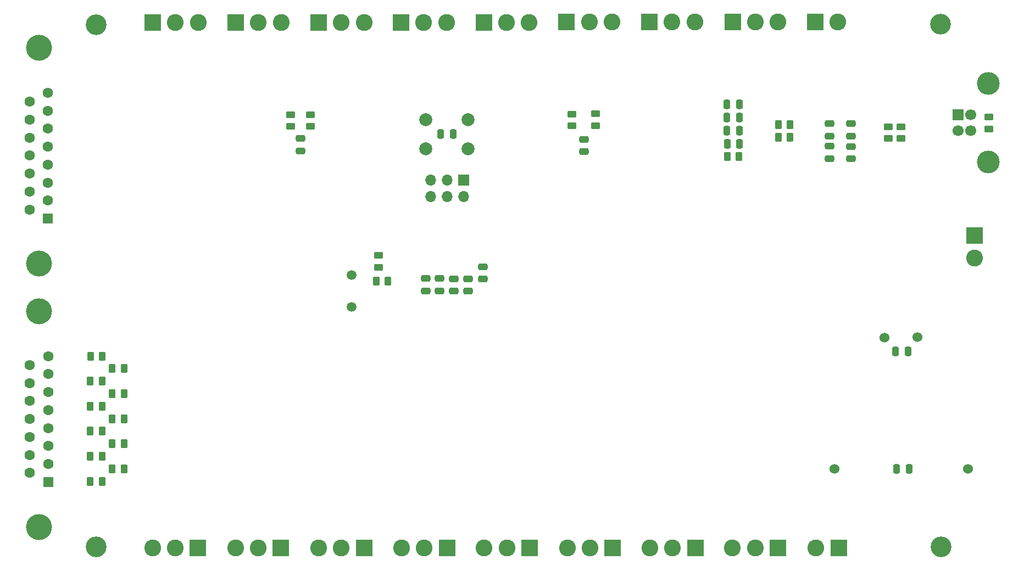
<source format=gbs>
%TF.GenerationSoftware,KiCad,Pcbnew,(6.0.0)*%
%TF.CreationDate,2022-05-07T11:17:07+05:30*%
%TF.ProjectId,Motion_Control_Board2.0,4d6f7469-6f6e-45f4-936f-6e74726f6c5f,rev?*%
%TF.SameCoordinates,Original*%
%TF.FileFunction,Soldermask,Bot*%
%TF.FilePolarity,Negative*%
%FSLAX46Y46*%
G04 Gerber Fmt 4.6, Leading zero omitted, Abs format (unit mm)*
G04 Created by KiCad (PCBNEW (6.0.0)) date 2022-05-07 11:17:07*
%MOMM*%
%LPD*%
G01*
G04 APERTURE LIST*
G04 Aperture macros list*
%AMRoundRect*
0 Rectangle with rounded corners*
0 $1 Rounding radius*
0 $2 $3 $4 $5 $6 $7 $8 $9 X,Y pos of 4 corners*
0 Add a 4 corners polygon primitive as box body*
4,1,4,$2,$3,$4,$5,$6,$7,$8,$9,$2,$3,0*
0 Add four circle primitives for the rounded corners*
1,1,$1+$1,$2,$3*
1,1,$1+$1,$4,$5*
1,1,$1+$1,$6,$7*
1,1,$1+$1,$8,$9*
0 Add four rect primitives between the rounded corners*
20,1,$1+$1,$2,$3,$4,$5,0*
20,1,$1+$1,$4,$5,$6,$7,0*
20,1,$1+$1,$6,$7,$8,$9,0*
20,1,$1+$1,$8,$9,$2,$3,0*%
G04 Aperture macros list end*
%ADD10R,2.600000X2.600000*%
%ADD11C,2.600000*%
%ADD12C,3.200000*%
%ADD13C,4.000000*%
%ADD14R,1.600000X1.600000*%
%ADD15C,1.600000*%
%ADD16C,1.500000*%
%ADD17R,1.700000X1.700000*%
%ADD18C,1.700000*%
%ADD19C,3.500000*%
%ADD20O,1.700000X1.700000*%
%ADD21C,2.000000*%
%ADD22C,1.524000*%
%ADD23RoundRect,0.250000X0.262500X0.450000X-0.262500X0.450000X-0.262500X-0.450000X0.262500X-0.450000X0*%
%ADD24RoundRect,0.250000X0.250000X0.475000X-0.250000X0.475000X-0.250000X-0.475000X0.250000X-0.475000X0*%
%ADD25RoundRect,0.250000X-0.475000X0.250000X-0.475000X-0.250000X0.475000X-0.250000X0.475000X0.250000X0*%
%ADD26RoundRect,0.250000X0.475000X-0.250000X0.475000X0.250000X-0.475000X0.250000X-0.475000X-0.250000X0*%
%ADD27RoundRect,0.250000X0.450000X-0.262500X0.450000X0.262500X-0.450000X0.262500X-0.450000X-0.262500X0*%
%ADD28RoundRect,0.250000X-0.250000X-0.475000X0.250000X-0.475000X0.250000X0.475000X-0.250000X0.475000X0*%
%ADD29RoundRect,0.250000X-0.450000X0.262500X-0.450000X-0.262500X0.450000X-0.262500X0.450000X0.262500X0*%
%ADD30RoundRect,0.250000X-0.262500X-0.450000X0.262500X-0.450000X0.262500X0.450000X-0.262500X0.450000X0*%
G04 APERTURE END LIST*
D10*
%TO.C,J6*%
X124613899Y-146567987D03*
D11*
X121113899Y-146567987D03*
X117613899Y-146567987D03*
%TD*%
D10*
%TO.C,J20*%
X175667899Y-146570187D03*
D11*
X172167899Y-146570187D03*
X168667899Y-146570187D03*
%TD*%
D12*
%TO.C,H3*%
X83288099Y-146390187D03*
%TD*%
D13*
%TO.C,J23*%
X74488731Y-102685200D03*
X74488731Y-69385200D03*
D14*
X75908731Y-95730200D03*
D15*
X75908731Y-92960200D03*
X75908731Y-90190200D03*
X75908731Y-87420200D03*
X75908731Y-84650200D03*
X75908731Y-81880200D03*
X75908731Y-79110200D03*
X75908731Y-76340200D03*
X73068731Y-94345200D03*
X73068731Y-91575200D03*
X73068731Y-88805200D03*
X73068731Y-86035200D03*
X73068731Y-83265200D03*
X73068731Y-80495200D03*
X73068731Y-77725200D03*
%TD*%
D13*
%TO.C,J3*%
X74514131Y-143299800D03*
X74514131Y-109999800D03*
D14*
X75934131Y-136344800D03*
D15*
X75934131Y-133574800D03*
X75934131Y-130804800D03*
X75934131Y-128034800D03*
X75934131Y-125264800D03*
X75934131Y-122494800D03*
X75934131Y-119724800D03*
X75934131Y-116954800D03*
X73094131Y-134959800D03*
X73094131Y-132189800D03*
X73094131Y-129419800D03*
X73094131Y-126649800D03*
X73094131Y-123879800D03*
X73094131Y-121109800D03*
X73094131Y-118339800D03*
%TD*%
D10*
%TO.C,J4*%
X99010699Y-146567987D03*
D11*
X95510699Y-146567987D03*
X92010699Y-146567987D03*
%TD*%
D10*
%TO.C,J19*%
X162942499Y-146570187D03*
D11*
X159442499Y-146570187D03*
X155942499Y-146570187D03*
%TD*%
D10*
%TO.C,J18*%
X150135699Y-146570187D03*
D11*
X146635699Y-146570187D03*
X143135699Y-146570187D03*
%TD*%
D16*
%TO.C,Y1*%
X122729299Y-109368587D03*
X122729299Y-104488587D03*
%TD*%
D10*
%TO.C,J16*%
X181419437Y-65414456D03*
D11*
X184919437Y-65414456D03*
X188419437Y-65414456D03*
%TD*%
D10*
%TO.C,J10*%
X92042037Y-65467456D03*
D11*
X95542037Y-65467456D03*
X99042037Y-65467456D03*
%TD*%
D10*
%TO.C,J13*%
X143065437Y-65465256D03*
D11*
X146565437Y-65465256D03*
X150065437Y-65465256D03*
%TD*%
D10*
%TO.C,J5*%
X111812299Y-146567987D03*
D11*
X108312299Y-146567987D03*
X104812299Y-146567987D03*
%TD*%
D17*
%TO.C,J7*%
X216156599Y-79709787D03*
D18*
X216156599Y-82209787D03*
X218156599Y-82209787D03*
X218156599Y-79709787D03*
D19*
X220866599Y-74939787D03*
X220866599Y-86979787D03*
%TD*%
D10*
%TO.C,J2*%
X218720899Y-98338587D03*
D11*
X218720899Y-101838587D03*
%TD*%
D10*
%TO.C,J1*%
X194144837Y-65414456D03*
D11*
X197644837Y-65414456D03*
%TD*%
D17*
%TO.C,J8*%
X140006299Y-89798987D03*
D20*
X140006299Y-92338987D03*
X137466299Y-89798987D03*
X137466299Y-92338987D03*
X134926299Y-89798987D03*
X134926299Y-92338987D03*
%TD*%
D10*
%TO.C,J17*%
X137395299Y-146570187D03*
D11*
X133895299Y-146570187D03*
X130395299Y-146570187D03*
%TD*%
D10*
%TO.C,J9*%
X130325037Y-65465256D03*
D11*
X133825037Y-65465256D03*
X137325037Y-65465256D03*
%TD*%
D10*
%TO.C,J14*%
X155835699Y-65439856D03*
D11*
X159335699Y-65439856D03*
X162835699Y-65439856D03*
%TD*%
D10*
%TO.C,J21*%
X188393299Y-146567987D03*
D11*
X184893299Y-146567987D03*
X181393299Y-146567987D03*
%TD*%
D10*
%TO.C,J12*%
X117619837Y-65467456D03*
D11*
X121119837Y-65467456D03*
X124619837Y-65467456D03*
%TD*%
D12*
%TO.C,H1*%
X83288099Y-65821387D03*
%TD*%
D10*
%TO.C,J22*%
X197760699Y-146567987D03*
D11*
X194260699Y-146567987D03*
%TD*%
D21*
%TO.C,SW1*%
X134114699Y-80513187D03*
X140614699Y-80513187D03*
X134114699Y-85013187D03*
X140614699Y-85013187D03*
%TD*%
D10*
%TO.C,J11*%
X104818237Y-65465256D03*
D11*
X108318237Y-65465256D03*
X111818237Y-65465256D03*
%TD*%
D12*
%TO.C,H2*%
X213488499Y-65795987D03*
%TD*%
D22*
%TO.C,U3*%
X209932499Y-114055987D03*
X204852499Y-114081387D03*
X217654099Y-134350587D03*
X197105499Y-134350587D03*
%TD*%
D10*
%TO.C,J15*%
X168597637Y-65439856D03*
D11*
X172097637Y-65439856D03*
X175597637Y-65439856D03*
%TD*%
D12*
%TO.C,H4*%
X213513899Y-146364787D03*
%TD*%
D23*
%TO.C,R4*%
X87604199Y-130464387D03*
X85779199Y-130464387D03*
%TD*%
D24*
%TO.C,C10*%
X208621899Y-134299787D03*
X206721899Y-134299787D03*
%TD*%
D23*
%TO.C,R7*%
X84229799Y-124673187D03*
X82404799Y-124673187D03*
%TD*%
D25*
%TO.C,C27*%
X136247099Y-104988187D03*
X136247099Y-106888187D03*
%TD*%
D26*
%TO.C,C17*%
X199620099Y-86517387D03*
X199620099Y-84617387D03*
%TD*%
D27*
%TO.C,R17*%
X220879899Y-81895787D03*
X220879899Y-80070787D03*
%TD*%
D26*
%TO.C,C24*%
X142952699Y-105059387D03*
X142952699Y-103159387D03*
%TD*%
%TO.C,C16*%
X196343499Y-86491987D03*
X196343499Y-84591987D03*
%TD*%
D23*
%TO.C,R9*%
X84229799Y-120812387D03*
X82404799Y-120812387D03*
%TD*%
D28*
%TO.C,C21*%
X180561799Y-82153587D03*
X182461799Y-82153587D03*
%TD*%
D27*
%TO.C,R31*%
X126873000Y-103225600D03*
X126873000Y-101400600D03*
%TD*%
D28*
%TO.C,C22*%
X180571037Y-84185056D03*
X182471037Y-84185056D03*
%TD*%
D25*
%TO.C,C29*%
X138431499Y-105013587D03*
X138431499Y-106913587D03*
%TD*%
%TO.C,C25*%
X134088099Y-104988187D03*
X134088099Y-106888187D03*
%TD*%
D24*
%TO.C,C19*%
X182456799Y-80121587D03*
X180556799Y-80121587D03*
%TD*%
D23*
%TO.C,R2*%
X87604199Y-134325187D03*
X85779199Y-134325187D03*
%TD*%
D25*
%TO.C,C30*%
X140615899Y-105013587D03*
X140615899Y-106913587D03*
%TD*%
D23*
%TO.C,R11*%
X84280599Y-116951587D03*
X82455599Y-116951587D03*
%TD*%
D29*
%TO.C,R35*%
X160250099Y-79591987D03*
X160250099Y-81416987D03*
%TD*%
%TO.C,R34*%
X116358899Y-79715187D03*
X116358899Y-81540187D03*
%TD*%
D23*
%TO.C,R24*%
X190292599Y-83169587D03*
X188467599Y-83169587D03*
%TD*%
%TO.C,R1*%
X84225999Y-136255587D03*
X82400999Y-136255587D03*
%TD*%
D27*
%TO.C,R33*%
X156617899Y-81438587D03*
X156617899Y-79613587D03*
%TD*%
D24*
%TO.C,C23*%
X138329899Y-82661587D03*
X136429899Y-82661587D03*
%TD*%
D30*
%TO.C,R23*%
X188469499Y-81213787D03*
X190294499Y-81213787D03*
%TD*%
D23*
%TO.C,R10*%
X87635299Y-118881987D03*
X85810299Y-118881987D03*
%TD*%
D25*
%TO.C,C32*%
X114834899Y-83387987D03*
X114834899Y-85287987D03*
%TD*%
D23*
%TO.C,R8*%
X87606099Y-126603587D03*
X85781099Y-126603587D03*
%TD*%
D25*
%TO.C,C33*%
X158472099Y-83540387D03*
X158472099Y-85440387D03*
%TD*%
D27*
%TO.C,R32*%
X113260099Y-81540187D03*
X113260099Y-79715187D03*
%TD*%
D23*
%TO.C,R5*%
X84229799Y-128533987D03*
X82404799Y-128533987D03*
%TD*%
D30*
%TO.C,R30*%
X126497299Y-105343787D03*
X128322299Y-105343787D03*
%TD*%
D25*
%TO.C,C14*%
X196343499Y-81091787D03*
X196343499Y-82991787D03*
%TD*%
D23*
%TO.C,R6*%
X87606099Y-122742787D03*
X85781099Y-122742787D03*
%TD*%
%TO.C,R29*%
X182422399Y-86192187D03*
X180597399Y-86192187D03*
%TD*%
%TO.C,R3*%
X84225999Y-132394787D03*
X82400999Y-132394787D03*
%TD*%
D27*
%TO.C,R18*%
X205385899Y-83394387D03*
X205385899Y-81569387D03*
%TD*%
D24*
%TO.C,C3*%
X208427400Y-116255800D03*
X206527400Y-116255800D03*
%TD*%
D25*
%TO.C,C15*%
X199620099Y-81112187D03*
X199620099Y-83012187D03*
%TD*%
D29*
%TO.C,R19*%
X207334303Y-81573187D03*
X207334303Y-83398187D03*
%TD*%
D24*
%TO.C,C18*%
X182461799Y-78089587D03*
X180561799Y-78089587D03*
%TD*%
M02*

</source>
